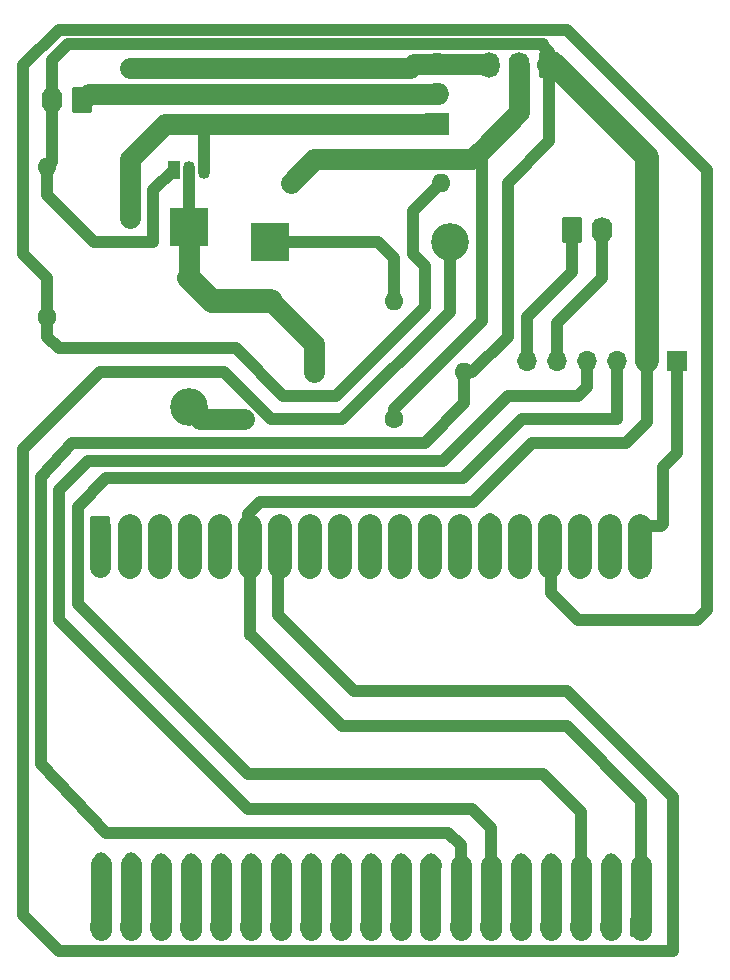
<source format=gbr>
%TF.GenerationSoftware,KiCad,Pcbnew,8.0.8-8.0.8-0~ubuntu22.04.1*%
%TF.CreationDate,2025-02-12T21:26:34+01:00*%
%TF.ProjectId,BrakeOutBoard,4272616b-654f-4757-9442-6f6172642e6b,rev?*%
%TF.SameCoordinates,Original*%
%TF.FileFunction,Copper,L2,Bot*%
%TF.FilePolarity,Positive*%
%FSLAX46Y46*%
G04 Gerber Fmt 4.6, Leading zero omitted, Abs format (unit mm)*
G04 Created by KiCad (PCBNEW 8.0.8-8.0.8-0~ubuntu22.04.1) date 2025-02-12 21:26:34*
%MOMM*%
%LPD*%
G01*
G04 APERTURE LIST*
G04 Aperture macros list*
%AMRoundRect*
0 Rectangle with rounded corners*
0 $1 Rounding radius*
0 $2 $3 $4 $5 $6 $7 $8 $9 X,Y pos of 4 corners*
0 Add a 4 corners polygon primitive as box body*
4,1,4,$2,$3,$4,$5,$6,$7,$8,$9,$2,$3,0*
0 Add four circle primitives for the rounded corners*
1,1,$1+$1,$2,$3*
1,1,$1+$1,$4,$5*
1,1,$1+$1,$6,$7*
1,1,$1+$1,$8,$9*
0 Add four rect primitives between the rounded corners*
20,1,$1+$1,$2,$3,$4,$5,0*
20,1,$1+$1,$4,$5,$6,$7,0*
20,1,$1+$1,$6,$7,$8,$9,0*
20,1,$1+$1,$8,$9,$2,$3,0*%
G04 Aperture macros list end*
%TA.AperFunction,ComponentPad*%
%ADD10RoundRect,0.250000X-0.620000X-0.845000X0.620000X-0.845000X0.620000X0.845000X-0.620000X0.845000X0*%
%TD*%
%TA.AperFunction,ComponentPad*%
%ADD11O,1.740000X2.190000*%
%TD*%
%TA.AperFunction,ComponentPad*%
%ADD12R,1.050000X1.500000*%
%TD*%
%TA.AperFunction,ComponentPad*%
%ADD13O,1.050000X1.500000*%
%TD*%
%TA.AperFunction,ComponentPad*%
%ADD14C,1.600000*%
%TD*%
%TA.AperFunction,ComponentPad*%
%ADD15O,1.600000X1.600000*%
%TD*%
%TA.AperFunction,ComponentPad*%
%ADD16R,3.200000X3.200000*%
%TD*%
%TA.AperFunction,ComponentPad*%
%ADD17O,3.200000X3.200000*%
%TD*%
%TA.AperFunction,ComponentPad*%
%ADD18R,2.000000X1.905000*%
%TD*%
%TA.AperFunction,ComponentPad*%
%ADD19O,2.000000X1.905000*%
%TD*%
%TA.AperFunction,ComponentPad*%
%ADD20R,1.700000X1.700000*%
%TD*%
%TA.AperFunction,ComponentPad*%
%ADD21O,1.700000X1.700000*%
%TD*%
%TA.AperFunction,ComponentPad*%
%ADD22RoundRect,0.250000X-0.620000X-0.620000X0.620000X-0.620000X0.620000X0.620000X-0.620000X0.620000X0*%
%TD*%
%TA.AperFunction,ComponentPad*%
%ADD23C,1.740000*%
%TD*%
%TA.AperFunction,ComponentPad*%
%ADD24RoundRect,0.250000X0.620000X0.845000X-0.620000X0.845000X-0.620000X-0.845000X0.620000X-0.845000X0*%
%TD*%
%TA.AperFunction,ComponentPad*%
%ADD25R,1.200000X2.000000*%
%TD*%
%TA.AperFunction,ComponentPad*%
%ADD26O,1.200000X2.000000*%
%TD*%
%TA.AperFunction,ComponentPad*%
%ADD27RoundRect,0.250000X0.620000X0.620000X-0.620000X0.620000X-0.620000X-0.620000X0.620000X-0.620000X0*%
%TD*%
%TA.AperFunction,Conductor*%
%ADD28C,1.000000*%
%TD*%
%TA.AperFunction,Conductor*%
%ADD29C,1.800000*%
%TD*%
%TA.AperFunction,Conductor*%
%ADD30C,2.000000*%
%TD*%
G04 APERTURE END LIST*
D10*
%TO.P,J4,1,Pin_1*%
%TO.N,Net-(J3-Pin_6)*%
X97460000Y-68000000D03*
D11*
%TO.P,J4,2,Pin_2*%
%TO.N,Net-(J3-Pin_5)*%
X100000000Y-68000000D03*
%TD*%
D12*
%TO.P,Q2,1,E*%
%TO.N,GND*%
X63730000Y-62860000D03*
D13*
%TO.P,Q2,2,B*%
%TO.N,Net-(D1-K)*%
X65000000Y-62860000D03*
%TO.P,Q2,3,C*%
%TO.N,Net-(Q1-G)*%
X66270000Y-62860000D03*
%TD*%
D14*
%TO.P,R3,1*%
%TO.N,/K30*%
X60000000Y-54300000D03*
D15*
%TO.P,R3,2*%
%TO.N,Net-(Q1-G)*%
X60000000Y-67000000D03*
%TD*%
D16*
%TO.P,D1,1,K*%
%TO.N,Net-(D1-K)*%
X65000000Y-67760000D03*
D17*
%TO.P,D1,2,A*%
%TO.N,Net-(D1-A)*%
X65000000Y-83000000D03*
%TD*%
D18*
%TO.P,Q1,1,G*%
%TO.N,Net-(Q1-G)*%
X86000000Y-59000000D03*
D19*
%TO.P,Q1,2,D*%
%TO.N,/12 V out*%
X86000000Y-56460000D03*
%TO.P,Q1,3,S*%
%TO.N,/K30*%
X86000000Y-53920000D03*
%TD*%
D14*
%TO.P,R6,1*%
%TO.N,Net-(D1-K)*%
X69650000Y-74000000D03*
D15*
%TO.P,R6,2*%
%TO.N,Net-(D2-K)*%
X82350000Y-74000000D03*
%TD*%
D20*
%TO.P,J3,1,Pin_1*%
%TO.N,Net-(ESP1-3V3)*%
X106325000Y-79025000D03*
D21*
%TO.P,J3,2,Pin_2*%
%TO.N,GND*%
X103785000Y-79025000D03*
%TO.P,J3,3,Pin_3*%
%TO.N,Net-(ESP1-GPIO22)*%
X101245000Y-79025000D03*
%TO.P,J3,4,Pin_4*%
%TO.N,Net-(ESP1-GPIO21)*%
X98705000Y-79025000D03*
%TO.P,J3,5,Pin_5*%
%TO.N,Net-(J3-Pin_5)*%
X96165000Y-79025000D03*
%TO.P,J3,6,Pin_6*%
%TO.N,Net-(J3-Pin_6)*%
X93625000Y-79025000D03*
%TD*%
D14*
%TO.P,R2,1*%
%TO.N,/K15*%
X73650000Y-64000000D03*
D15*
%TO.P,R2,2*%
%TO.N,/Volt Measurement*%
X86350000Y-64000000D03*
%TD*%
D22*
%TO.P,ESP32_1,1,Pin_1*%
%TO.N,Net-(ESP1-5V)*%
X57500000Y-93000000D03*
D23*
%TO.P,ESP32_1,2,Pin_2*%
%TO.N,Net-(ESP1-CMD)*%
X60040000Y-93000000D03*
%TO.P,ESP32_1,3,Pin_3*%
%TO.N,Net-(ESP1-SD_DATA3{slash}GPIO10)*%
X62580000Y-93000000D03*
%TO.P,ESP32_1,4,Pin_4*%
%TO.N,Net-(ESP1-SD_DATA2{slash}GPIO9)*%
X65120000Y-93000000D03*
%TO.P,ESP32_1,5,Pin_5*%
%TO.N,Net-(ESP1-MTCK{slash}GPIO13{slash}ADC2_CH4)*%
X67660000Y-93000000D03*
%TO.P,ESP32_1,6,Pin_6*%
%TO.N,GND*%
X70200000Y-93000000D03*
%TO.P,ESP32_1,7,Pin_7*%
%TO.N,/Stay On*%
X72740000Y-93000000D03*
%TO.P,ESP32_1,8,Pin_8*%
%TO.N,Net-(ESP1-MTMS{slash}GPIO14{slash}ADC2_CH6)*%
X75280000Y-93000000D03*
%TO.P,ESP32_1,9,Pin_9*%
%TO.N,Net-(ESP1-ADC2_CH7{slash}GPIO27)*%
X77820000Y-93000000D03*
%TO.P,ESP32_1,10,Pin_10*%
%TO.N,Net-(ESP1-DAC_2{slash}ADC2_CH9{slash}GPIO26)*%
X80360000Y-93000000D03*
%TO.P,ESP32_1,11,Pin_11*%
%TO.N,Net-(ESP1-DAC_1{slash}ADC2_CH8{slash}GPIO25)*%
X82900000Y-93000000D03*
%TO.P,ESP32_1,12,Pin_12*%
%TO.N,Net-(ESP1-32K_XN{slash}GPIO33{slash}ADC1_CH5)*%
X85440000Y-93000000D03*
%TO.P,ESP32_1,13,Pin_13*%
%TO.N,Net-(ESP1-32K_XP{slash}GPIO32{slash}ADC1_CH4)*%
X87980000Y-93000000D03*
%TO.P,ESP32_1,14,Pin_14*%
%TO.N,Net-(ESP1-VDET_2{slash}GPIO35{slash}ADC1_CH7)*%
X90520000Y-93000000D03*
%TO.P,ESP32_1,15,Pin_15*%
%TO.N,Net-(ESP1-VDET_1{slash}GPIO34{slash}ADC1_CH6)*%
X93060000Y-93000000D03*
%TO.P,ESP32_1,16,Pin_16*%
%TO.N,/Volt Measurement*%
X95600000Y-93000000D03*
%TO.P,ESP32_1,17,Pin_17*%
%TO.N,Net-(ESP1-SENSOR_VP{slash}GPIO36{slash}ADC1_CH0)*%
X98140000Y-93000000D03*
%TO.P,ESP32_1,18,Pin_18*%
%TO.N,Net-(ESP1-RESET)*%
X100680000Y-93000000D03*
%TO.P,ESP32_1,19,Pin_19*%
%TO.N,Net-(ESP1-3V3)*%
X103220000Y-93000000D03*
%TD*%
D14*
%TO.P,R5,1*%
%TO.N,Net-(D1-K)*%
X75650000Y-80000000D03*
D15*
%TO.P,R5,2*%
%TO.N,GND*%
X88350000Y-80000000D03*
%TD*%
D24*
%TO.P,J5,1,Pin_1*%
%TO.N,/12 V out*%
X56000000Y-57000000D03*
D11*
%TO.P,J5,2,Pin_2*%
%TO.N,GND*%
X53460000Y-57000000D03*
%TD*%
D24*
%TO.P,J2,1,Pin_1*%
%TO.N,GND*%
X95540000Y-54000000D03*
D11*
%TO.P,J2,2,Pin_2*%
%TO.N,/K15*%
X93000000Y-54000000D03*
%TO.P,J2,3,Pin_3*%
%TO.N,/K30*%
X90460000Y-54000000D03*
%TD*%
D16*
%TO.P,D2,1,K*%
%TO.N,Net-(D2-K)*%
X71880000Y-69000000D03*
D17*
%TO.P,D2,2,A*%
%TO.N,/Stay On*%
X87120000Y-69000000D03*
%TD*%
D14*
%TO.P,R4,1*%
%TO.N,/Volt Measurement*%
X53000000Y-75350000D03*
D15*
%TO.P,R4,2*%
%TO.N,GND*%
X53000000Y-62650000D03*
%TD*%
D25*
%TO.P,ESP1,1,3V3*%
%TO.N,Net-(ESP1-3V3)*%
X103300000Y-96300000D03*
D26*
%TO.P,ESP1,2,RESET*%
%TO.N,Net-(ESP1-RESET)*%
X100760000Y-96300000D03*
%TO.P,ESP1,3,SENSOR_VP/GPIO36/ADC1_CH0*%
%TO.N,Net-(ESP1-SENSOR_VP{slash}GPIO36{slash}ADC1_CH0)*%
X98220000Y-96300000D03*
%TO.P,ESP1,4,SENSOR_VN/GPIO39/ADC1_CH3*%
%TO.N,/Volt Measurement*%
X95680000Y-96300000D03*
%TO.P,ESP1,5,VDET_1/GPIO34/ADC1_CH6*%
%TO.N,Net-(ESP1-VDET_1{slash}GPIO34{slash}ADC1_CH6)*%
X93140000Y-96300000D03*
%TO.P,ESP1,6,VDET_2/GPIO35/ADC1_CH7*%
%TO.N,Net-(ESP1-VDET_2{slash}GPIO35{slash}ADC1_CH7)*%
X90600000Y-96300000D03*
%TO.P,ESP1,7,32K_XP/GPIO32/ADC1_CH4*%
%TO.N,Net-(ESP1-32K_XP{slash}GPIO32{slash}ADC1_CH4)*%
X88060000Y-96300000D03*
%TO.P,ESP1,8,32K_XN/GPIO33/ADC1_CH5*%
%TO.N,Net-(ESP1-32K_XN{slash}GPIO33{slash}ADC1_CH5)*%
X85520000Y-96300000D03*
%TO.P,ESP1,9,DAC_1/ADC2_CH8/GPIO25*%
%TO.N,Net-(ESP1-DAC_1{slash}ADC2_CH8{slash}GPIO25)*%
X82980000Y-96300000D03*
%TO.P,ESP1,10,DAC_2/ADC2_CH9/GPIO26*%
%TO.N,Net-(ESP1-DAC_2{slash}ADC2_CH9{slash}GPIO26)*%
X80440000Y-96300000D03*
%TO.P,ESP1,11,ADC2_CH7/GPIO27*%
%TO.N,Net-(ESP1-ADC2_CH7{slash}GPIO27)*%
X77900000Y-96300000D03*
%TO.P,ESP1,12,MTMS/GPIO14/ADC2_CH6*%
%TO.N,Net-(ESP1-MTMS{slash}GPIO14{slash}ADC2_CH6)*%
X75360000Y-96300000D03*
%TO.P,ESP1,13,MTDI/GPIO12/ADC2_CH5*%
%TO.N,/Stay On*%
X72820000Y-96300000D03*
%TO.P,ESP1,14,GND*%
%TO.N,GND*%
X70280000Y-96300000D03*
%TO.P,ESP1,15,MTCK/GPIO13/ADC2_CH4*%
%TO.N,Net-(ESP1-MTCK{slash}GPIO13{slash}ADC2_CH4)*%
X67740000Y-96300000D03*
%TO.P,ESP1,16,SD_DATA2/GPIO9*%
%TO.N,Net-(ESP1-SD_DATA2{slash}GPIO9)*%
X65200000Y-96300000D03*
%TO.P,ESP1,17,SD_DATA3/GPIO10*%
%TO.N,Net-(ESP1-SD_DATA3{slash}GPIO10)*%
X62660000Y-96300000D03*
%TO.P,ESP1,18,CMD*%
%TO.N,Net-(ESP1-CMD)*%
X60120000Y-96300000D03*
%TO.P,ESP1,19,5V*%
%TO.N,Net-(ESP1-5V)*%
X57580000Y-96300000D03*
%TO.P,ESP1,20,SD_CLK/GPIO6*%
%TO.N,Net-(ESP1-SD_CLK{slash}GPIO6)*%
X57582720Y-121696320D03*
%TO.P,ESP1,21,SD_DATA0/GPIO7*%
%TO.N,Net-(ESP1-SD_DATA0{slash}GPIO7)*%
X60122720Y-121696320D03*
%TO.P,ESP1,22,SD_DATA1/GPIO8*%
%TO.N,Net-(ESP1-SD_DATA1{slash}GPIO8)*%
X62660000Y-121700000D03*
%TO.P,ESP1,23,MTDO/GPIO15/ADC2_CH3*%
%TO.N,Net-(ESP1-MTDO{slash}GPIO15{slash}ADC2_CH3)*%
X65200000Y-121700000D03*
%TO.P,ESP1,24,ADC2_CH2/GPIO2*%
%TO.N,Net-(ESP1-ADC2_CH2{slash}GPIO2)*%
X67740000Y-121700000D03*
%TO.P,ESP1,25,GPIO0/BOOT/ADC2_CH1*%
%TO.N,Net-(ESP1-GPIO0{slash}BOOT{slash}ADC2_CH1)*%
X70280000Y-121700000D03*
%TO.P,ESP1,26,ADC2_CH0/GPIO4*%
%TO.N,Net-(ESP1-ADC2_CH0{slash}GPIO4)*%
X72820000Y-121700000D03*
%TO.P,ESP1,27,GPIO16*%
%TO.N,Net-(ESP1-GPIO16)*%
X75360000Y-121700000D03*
%TO.P,ESP1,28,GPIO17*%
%TO.N,Net-(ESP1-GPIO17)*%
X77900000Y-121700000D03*
%TO.P,ESP1,29,GPIO5*%
%TO.N,Net-(ESP1-GPIO5)*%
X80440000Y-121700000D03*
%TO.P,ESP1,30,GPIO18*%
%TO.N,Net-(ESP1-GPIO18)*%
X82980000Y-121700000D03*
%TO.P,ESP1,31,GPIO19*%
%TO.N,Net-(ESP1-GPIO19)*%
X85520000Y-121700000D03*
%TO.P,ESP1,32,GND*%
%TO.N,GND*%
X88060000Y-121700000D03*
%TO.P,ESP1,33,GPIO21*%
%TO.N,Net-(ESP1-GPIO21)*%
X90600000Y-121700000D03*
%TO.P,ESP1,34,U0RXD/GPIO3*%
%TO.N,Net-(ESP1-U0RXD{slash}GPIO3)*%
X93140000Y-121700000D03*
%TO.P,ESP1,35,U0TXD/GPIO1*%
%TO.N,Net-(ESP1-U0TXD{slash}GPIO1)*%
X95680000Y-121700000D03*
%TO.P,ESP1,36,GPIO22*%
%TO.N,Net-(ESP1-GPIO22)*%
X98220000Y-121700000D03*
%TO.P,ESP1,37,GPIO23*%
%TO.N,Net-(ESP1-GPIO23)*%
X100760000Y-121700000D03*
%TO.P,ESP1,38,GND*%
%TO.N,GND*%
X103300000Y-121700000D03*
%TD*%
D14*
%TO.P,R1,1*%
%TO.N,/K15*%
X82350000Y-84000000D03*
D15*
%TO.P,R1,2*%
%TO.N,Net-(D1-A)*%
X69650000Y-84000000D03*
%TD*%
D27*
%TO.P,ESP32_2,1,Pin_1*%
%TO.N,GND*%
X103250000Y-127000000D03*
D23*
%TO.P,ESP32_2,2,Pin_2*%
%TO.N,Net-(ESP1-GPIO23)*%
X100710000Y-127000000D03*
%TO.P,ESP32_2,3,Pin_3*%
%TO.N,Net-(ESP1-GPIO22)*%
X98170000Y-127000000D03*
%TO.P,ESP32_2,4,Pin_4*%
%TO.N,Net-(ESP1-U0TXD{slash}GPIO1)*%
X95630000Y-127000000D03*
%TO.P,ESP32_2,5,Pin_5*%
%TO.N,Net-(ESP1-U0RXD{slash}GPIO3)*%
X93090000Y-127000000D03*
%TO.P,ESP32_2,6,Pin_6*%
%TO.N,Net-(ESP1-GPIO21)*%
X90550000Y-127000000D03*
%TO.P,ESP32_2,7,Pin_7*%
%TO.N,GND*%
X88010000Y-127000000D03*
%TO.P,ESP32_2,8,Pin_8*%
%TO.N,Net-(ESP1-GPIO19)*%
X85470000Y-127000000D03*
%TO.P,ESP32_2,9,Pin_9*%
%TO.N,Net-(ESP1-GPIO18)*%
X82930000Y-127000000D03*
%TO.P,ESP32_2,10,Pin_10*%
%TO.N,Net-(ESP1-GPIO5)*%
X80390000Y-127000000D03*
%TO.P,ESP32_2,11,Pin_11*%
%TO.N,Net-(ESP1-GPIO17)*%
X77850000Y-127000000D03*
%TO.P,ESP32_2,12,Pin_12*%
%TO.N,Net-(ESP1-GPIO16)*%
X75310000Y-127000000D03*
%TO.P,ESP32_2,13,Pin_13*%
%TO.N,Net-(ESP1-ADC2_CH0{slash}GPIO4)*%
X72770000Y-127000000D03*
%TO.P,ESP32_2,14,Pin_14*%
%TO.N,Net-(ESP1-GPIO0{slash}BOOT{slash}ADC2_CH1)*%
X70230000Y-127000000D03*
%TO.P,ESP32_2,15,Pin_15*%
%TO.N,Net-(ESP1-ADC2_CH2{slash}GPIO2)*%
X67690000Y-127000000D03*
%TO.P,ESP32_2,16,Pin_16*%
%TO.N,Net-(ESP1-MTDO{slash}GPIO15{slash}ADC2_CH3)*%
X65150000Y-127000000D03*
%TO.P,ESP32_2,17,Pin_17*%
%TO.N,Net-(ESP1-SD_DATA1{slash}GPIO8)*%
X62610000Y-127000000D03*
%TO.P,ESP32_2,18,Pin_18*%
%TO.N,Net-(ESP1-SD_DATA0{slash}GPIO7)*%
X60070000Y-127000000D03*
%TO.P,ESP32_2,19,Pin_19*%
%TO.N,Net-(ESP1-SD_CLK{slash}GPIO6)*%
X57530000Y-127000000D03*
%TD*%
D28*
%TO.N,/Stay On*%
X78000000Y-84000000D02*
X87120000Y-74880000D01*
X72540000Y-100540000D02*
X79000000Y-107000000D01*
X72000000Y-84000000D02*
X78000000Y-84000000D01*
X68000000Y-80000000D02*
X72000000Y-84000000D01*
X51000000Y-86500000D02*
X57500000Y-80000000D01*
X97000000Y-107000000D02*
X106000000Y-116000000D01*
X72540000Y-96300000D02*
X72540000Y-100540000D01*
X54000000Y-129000000D02*
X51000000Y-126000000D01*
X57500000Y-80000000D02*
X68000000Y-80000000D01*
X87120000Y-74880000D02*
X87120000Y-69000000D01*
X51000000Y-126000000D02*
X51000000Y-86500000D01*
X106000000Y-116000000D02*
X106000000Y-129000000D01*
X79000000Y-107000000D02*
X97000000Y-107000000D01*
X106000000Y-129000000D02*
X54000000Y-129000000D01*
D29*
%TO.N,Net-(D1-A)*%
X69650000Y-84000000D02*
X66000000Y-84000000D01*
X66000000Y-84000000D02*
X65000000Y-83000000D01*
D30*
%TO.N,Net-(D1-K)*%
X72000000Y-74000000D02*
X69650000Y-74000000D01*
D29*
X75650000Y-77650000D02*
X75650000Y-80000000D01*
D28*
X65000000Y-62860000D02*
X65000000Y-67880000D01*
D30*
X67000000Y-74000000D02*
X69650000Y-74000000D01*
D29*
X65000000Y-72000000D02*
X65000000Y-67760000D01*
D30*
X67000000Y-74000000D02*
X65000000Y-72000000D01*
D29*
X72000000Y-74000000D02*
X75650000Y-77650000D01*
D28*
%TO.N,Net-(D2-K)*%
X82350000Y-74000000D02*
X82350000Y-70350000D01*
X81000000Y-69000000D02*
X71880000Y-69000000D01*
X82350000Y-70350000D02*
X81000000Y-69000000D01*
D29*
%TO.N,Net-(Q1-G)*%
X86000000Y-59000000D02*
X63000000Y-59000000D01*
D28*
X66270000Y-62860000D02*
X66270000Y-59230000D01*
D29*
X63000000Y-59000000D02*
X60000000Y-62000000D01*
X60000000Y-62000000D02*
X60000000Y-67000000D01*
D30*
%TO.N,/Stay On*%
X72740000Y-93000000D02*
X72740000Y-96500000D01*
%TO.N,Net-(ESP1-ADC2_CH7{slash}GPIO27)*%
X77820000Y-93000000D02*
X77820000Y-96500000D01*
%TO.N,Net-(ESP1-SD_DATA3{slash}GPIO10)*%
X62580000Y-93000000D02*
X62580000Y-96500000D01*
D29*
%TO.N,Net-(ESP1-MTDO{slash}GPIO15{slash}ADC2_CH3)*%
X65200000Y-121700000D02*
X65200000Y-127200000D01*
%TO.N,Net-(ESP1-GPIO16)*%
X75360000Y-121700000D02*
X75360000Y-127200000D01*
D30*
%TO.N,GND*%
X70200000Y-93000000D02*
X70200000Y-96500000D01*
X96000000Y-54000000D02*
X95540000Y-54000000D01*
D28*
X88060000Y-120060000D02*
X87000000Y-119000000D01*
X95540000Y-60460000D02*
X95540000Y-54000000D01*
X62000000Y-64590000D02*
X63730000Y-62860000D01*
X103300000Y-116300000D02*
X103300000Y-121700000D01*
X95540000Y-54000000D02*
X95540000Y-52905000D01*
X54800000Y-52200000D02*
X94835000Y-52200000D01*
X55102944Y-86000000D02*
X85000000Y-86000000D01*
X89091168Y-91000000D02*
X71000000Y-91000000D01*
X88060000Y-121700000D02*
X88060000Y-120060000D01*
D29*
X88060000Y-121700000D02*
X88060000Y-127200000D01*
D28*
X102000000Y-86000000D02*
X94091168Y-86000000D01*
X92000000Y-64000000D02*
X95540000Y-60460000D01*
X88350000Y-82650000D02*
X88350000Y-80000000D01*
X70280000Y-102280000D02*
X78000000Y-110000000D01*
X54800000Y-52200000D02*
X53460000Y-53540000D01*
X53460000Y-62190000D02*
X53000000Y-62650000D01*
X52500000Y-88902944D02*
X55102944Y-86000000D01*
X70200000Y-102280000D02*
X70200000Y-96300000D01*
X103785000Y-79025000D02*
X103785000Y-84215000D01*
X57000000Y-69000000D02*
X53000000Y-65000000D01*
X62000000Y-69000000D02*
X62000000Y-64590000D01*
X71000000Y-91000000D02*
X70000000Y-92000000D01*
X94835000Y-52200000D02*
X95000000Y-52200000D01*
X95540000Y-52905000D02*
X94835000Y-52200000D01*
X89000000Y-80000000D02*
X92000000Y-77000000D01*
X53460000Y-57000000D02*
X53460000Y-62190000D01*
X53000000Y-65000000D02*
X53000000Y-62650000D01*
X78000000Y-110000000D02*
X97000000Y-110000000D01*
X97000000Y-110000000D02*
X103300000Y-116300000D01*
X52500000Y-113200000D02*
X52500000Y-88902944D01*
X70000000Y-92000000D02*
X70000000Y-92800000D01*
D29*
X103300000Y-121700000D02*
X103300000Y-127200000D01*
D28*
X87000000Y-119000000D02*
X58000000Y-119000000D01*
X92000000Y-77000000D02*
X92000000Y-64000000D01*
X53460000Y-53540000D02*
X53460000Y-57000000D01*
D30*
X103785000Y-79025000D02*
X103785000Y-61785000D01*
D28*
X58000000Y-119000000D02*
X52500000Y-113200000D01*
X103785000Y-84215000D02*
X102000000Y-86000000D01*
X94091168Y-86000000D02*
X89091168Y-91000000D01*
D30*
X103785000Y-61785000D02*
X96000000Y-54000000D01*
D28*
X88350000Y-80000000D02*
X89000000Y-80000000D01*
X85000000Y-86000000D02*
X88350000Y-82650000D01*
X57000000Y-69000000D02*
X62000000Y-69000000D01*
D29*
%TO.N,Net-(ESP1-GPIO5)*%
X80440000Y-121700000D02*
X80440000Y-127200000D01*
D30*
%TO.N,Net-(ESP1-SD_DATA2{slash}GPIO9)*%
X65120000Y-93000000D02*
X65120000Y-96500000D01*
D29*
%TO.N,Net-(ESP1-SD_DATA1{slash}GPIO8)*%
X62660000Y-121700000D02*
X62660000Y-127200000D01*
%TO.N,Net-(ESP1-GPIO17)*%
X77900000Y-121700000D02*
X77900000Y-127200000D01*
D30*
%TO.N,Net-(ESP1-VDET_2{slash}GPIO35{slash}ADC1_CH7)*%
X90520000Y-93000000D02*
X90520000Y-96500000D01*
D28*
X90520000Y-92480000D02*
X90520000Y-93000000D01*
D29*
%TO.N,Net-(ESP1-U0TXD{slash}GPIO1)*%
X95680000Y-121700000D02*
X95680000Y-127200000D01*
%TO.N,Net-(ESP1-SD_DATA0{slash}GPIO7)*%
X60122720Y-121696320D02*
X60122720Y-127200000D01*
%TO.N,Net-(ESP1-GPIO18)*%
X82980000Y-121700000D02*
X82980000Y-127200000D01*
%TO.N,Net-(ESP1-5V)*%
X57500000Y-93000000D02*
X57500000Y-96500000D01*
D30*
%TO.N,Net-(ESP1-VDET_1{slash}GPIO34{slash}ADC1_CH6)*%
X93060000Y-93000000D02*
X93060000Y-96500000D01*
D29*
%TO.N,Net-(ESP1-GPIO0{slash}BOOT{slash}ADC2_CH1)*%
X70280000Y-121700000D02*
X70280000Y-127200000D01*
D28*
%TO.N,/Volt Measurement*%
X108875000Y-62937500D02*
X97000000Y-51062500D01*
X95680000Y-98680000D02*
X98000000Y-101000000D01*
D30*
X95600000Y-93000000D02*
X95600000Y-96500000D01*
D28*
X84000000Y-66350000D02*
X86350000Y-64000000D01*
X51000000Y-54000000D02*
X51000000Y-70000000D01*
X73000000Y-82000000D02*
X77500000Y-82000000D01*
X69000000Y-78000000D02*
X73000000Y-82000000D01*
X97000000Y-51000000D02*
X54000000Y-51000000D01*
X85000000Y-71000000D02*
X84000000Y-70000000D01*
X53000000Y-77000000D02*
X54000000Y-78000000D01*
X98000000Y-101000000D02*
X108000000Y-101000000D01*
X84000000Y-70000000D02*
X84000000Y-66350000D01*
X77500000Y-82000000D02*
X85000000Y-74500000D01*
X54000000Y-51000000D02*
X51000000Y-54000000D01*
X54000000Y-78000000D02*
X69000000Y-78000000D01*
X53000000Y-75350000D02*
X53000000Y-72000000D01*
X53000000Y-75350000D02*
X53000000Y-77000000D01*
X53000000Y-72000000D02*
X51000000Y-70000000D01*
X108875000Y-100125000D02*
X108875000Y-62875000D01*
X95680000Y-96300000D02*
X95680000Y-98680000D01*
X85000000Y-74500000D02*
X85000000Y-71000000D01*
X108000000Y-101000000D02*
X108875000Y-100125000D01*
D30*
%TO.N,Net-(ESP1-MTCK{slash}GPIO13{slash}ADC2_CH4)*%
X67660000Y-93000000D02*
X67660000Y-96500000D01*
D29*
%TO.N,Net-(ESP1-ADC2_CH2{slash}GPIO2)*%
X67740000Y-121700000D02*
X67740000Y-127200000D01*
D30*
%TO.N,Net-(ESP1-DAC_1{slash}ADC2_CH8{slash}GPIO25)*%
X82900000Y-93000000D02*
X82900000Y-96500000D01*
%TO.N,Net-(ESP1-RESET)*%
X100680000Y-93000000D02*
X100680000Y-96500000D01*
D29*
%TO.N,Net-(ESP1-GPIO19)*%
X85440001Y-121779999D02*
X85440001Y-127200000D01*
X85520000Y-121700000D02*
X85440001Y-121779999D01*
%TO.N,Net-(ESP1-SD_CLK{slash}GPIO6)*%
X57582720Y-121696320D02*
X57582720Y-127200000D01*
D30*
%TO.N,Net-(ESP1-32K_XP{slash}GPIO32{slash}ADC1_CH4)*%
X87980000Y-93000000D02*
X87980000Y-96500000D01*
%TO.N,Net-(ESP1-SENSOR_VP{slash}GPIO36{slash}ADC1_CH0)*%
X98140000Y-93000000D02*
X98140000Y-96500000D01*
%TO.N,Net-(ESP1-CMD)*%
X60040000Y-93000000D02*
X60040000Y-96500000D01*
%TO.N,Net-(ESP1-MTMS{slash}GPIO14{slash}ADC2_CH6)*%
X75280000Y-93000000D02*
X75280000Y-96500000D01*
D29*
%TO.N,Net-(ESP1-GPIO23)*%
X100760000Y-121700000D02*
X100760000Y-127200000D01*
D30*
%TO.N,Net-(ESP1-32K_XN{slash}GPIO33{slash}ADC1_CH5)*%
X85440000Y-93000000D02*
X85440000Y-96500000D01*
%TO.N,Net-(ESP1-DAC_2{slash}ADC2_CH9{slash}GPIO26)*%
X80360000Y-93000000D02*
X80360000Y-96500000D01*
D29*
%TO.N,Net-(ESP1-U0RXD{slash}GPIO3)*%
X93140000Y-121700000D02*
X93140000Y-127200000D01*
%TO.N,Net-(ESP1-ADC2_CH0{slash}GPIO4)*%
X72820000Y-121700000D02*
X72820000Y-127200000D01*
D28*
%TO.N,Net-(ESP1-3V3)*%
X105160000Y-88000000D02*
X106325000Y-86835000D01*
X106325000Y-86835000D02*
X106325000Y-79025000D01*
X105000000Y-93000000D02*
X105160000Y-92840000D01*
X103220000Y-93000000D02*
X105000000Y-93000000D01*
D30*
X103220000Y-93000000D02*
X103220000Y-96500000D01*
D28*
X105160000Y-92840000D02*
X105160000Y-88000000D01*
%TO.N,Net-(ESP1-GPIO21)*%
X98705000Y-79025000D02*
X98705000Y-81295000D01*
X54000000Y-101000000D02*
X70000000Y-117000000D01*
X56500000Y-87500000D02*
X86500000Y-87500000D01*
X90600000Y-118600000D02*
X90600000Y-121700000D01*
X98000000Y-82000000D02*
X92000000Y-82000000D01*
X54000000Y-90000000D02*
X56500000Y-87500000D01*
X70000000Y-117000000D02*
X89000000Y-117000000D01*
X54000000Y-90000000D02*
X54000000Y-101000000D01*
X92000000Y-82000000D02*
X86500000Y-87500000D01*
X89000000Y-117000000D02*
X90600000Y-118600000D01*
X98705000Y-81295000D02*
X98000000Y-82000000D01*
D29*
X90600000Y-121700000D02*
X90600000Y-127200000D01*
D28*
%TO.N,Net-(ESP1-GPIO22)*%
X93197056Y-84000000D02*
X101200000Y-84000000D01*
X101245000Y-83955000D02*
X101245000Y-79025000D01*
X98220000Y-117220000D02*
X95000000Y-114000000D01*
X98220000Y-121700000D02*
X98220000Y-117220000D01*
D29*
X98220000Y-121700000D02*
X98220000Y-127200000D01*
D28*
X101200000Y-84000000D02*
X101245000Y-83955000D01*
X70000000Y-114000000D02*
X55600000Y-99600000D01*
X88197056Y-89000000D02*
X93197056Y-84000000D01*
X55600000Y-99600000D02*
X55600000Y-91400000D01*
X95000000Y-114000000D02*
X70000000Y-114000000D01*
X55600000Y-91400000D02*
X58000000Y-89000000D01*
X58000000Y-89000000D02*
X88197056Y-89000000D01*
D29*
%TO.N,/K30*%
X83700000Y-54300000D02*
X60000000Y-54300000D01*
X84080000Y-53920000D02*
X83700000Y-54300000D01*
X86000000Y-53920000D02*
X90380000Y-53920000D01*
X86000000Y-53920000D02*
X84080000Y-53920000D01*
X90380000Y-53920000D02*
X90460000Y-54000000D01*
D28*
%TO.N,/K15*%
X89840000Y-75660000D02*
X82350000Y-83150000D01*
D29*
X93000000Y-58000000D02*
X93000000Y-54000000D01*
X89840000Y-61160000D02*
X89000000Y-62000000D01*
X89000000Y-62000000D02*
X75650000Y-62000000D01*
X75650000Y-62000000D02*
X73650000Y-64000000D01*
D28*
X89840000Y-75660000D02*
X89840000Y-61160000D01*
D29*
X89840000Y-61160000D02*
X93000000Y-58000000D01*
D28*
X82350000Y-83150000D02*
X82350000Y-84000000D01*
%TO.N,Net-(J3-Pin_6)*%
X97460000Y-71540000D02*
X97460000Y-68000000D01*
X93625000Y-79000000D02*
X93625000Y-75375000D01*
X93625000Y-75375000D02*
X97460000Y-71540000D01*
%TO.N,Net-(J3-Pin_5)*%
X96165000Y-75835000D02*
X100000000Y-72000000D01*
X100000000Y-72000000D02*
X100000000Y-68000000D01*
X96165000Y-79000000D02*
X96165000Y-75835000D01*
D29*
%TO.N,/12 V out*%
X86000000Y-56460000D02*
X56540000Y-56460000D01*
X56540000Y-56460000D02*
X56000000Y-57000000D01*
%TD*%
M02*

</source>
